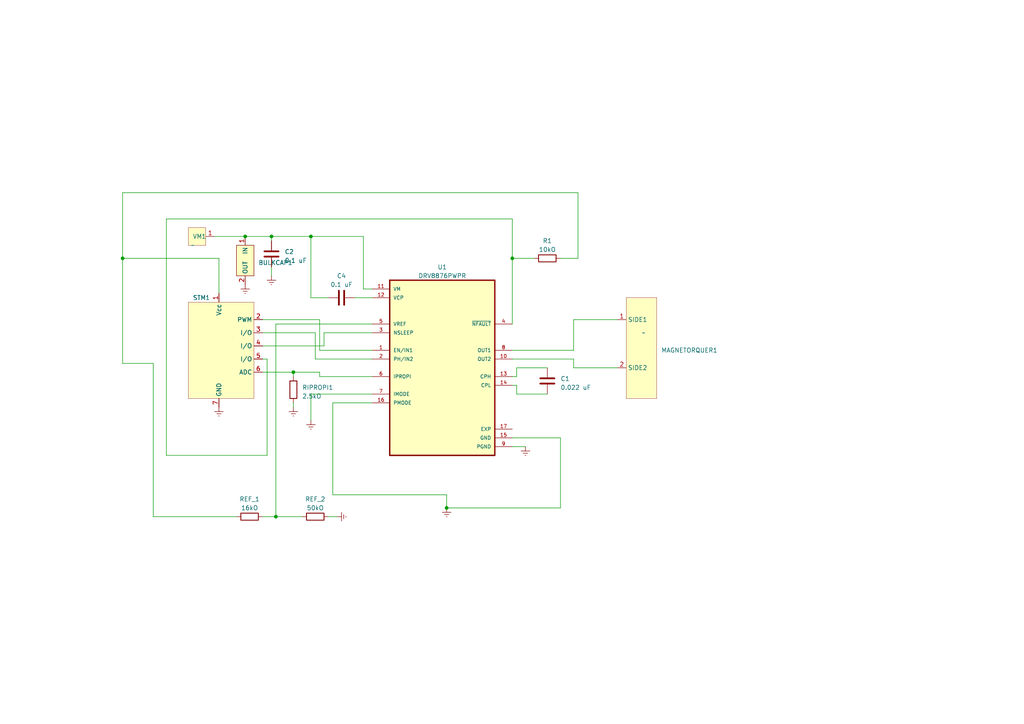
<source format=kicad_sch>
(kicad_sch (version 20230121) (generator eeschema)
  (paper "A4")
  (lib_symbols
    (symbol "DRV8876PWPR:DRV8876PWPR" (pin_names (offset 1.016))
      (property "Reference" "U" (at -15.24 26.4 0))
      (property "Value" "DRV8876PWPR" (at -15.24 -29.4 0))
      (symbol "DRV8876PWPR_0_0"
        (rectangle (start -15.24 -25.4) (end 15.24 25.4) (stroke (width 0.41)) (fill (type background)))
        (pin input line (at -20.32 5.08 0) (length 5.08) (name "EN/IN1") (number "1"))
        (pin output line (at 20.32 2.54 180) (length 5.08) (name "OUT2") (number "10"))
        (pin power_in line (at -20.32 22.86 0) (length 5.08) (name "VM") (number "11"))
        (pin power_in line (at -20.32 20.32 0) (length 5.08) (name "VCP") (number "12"))
        (pin bidirectional line (at 20.32 -2.54 180) (length 5.08) (name "CPH") (number "13"))
        (pin bidirectional line (at 20.32 -5.08 180) (length 5.08) (name "CPL") (number "14"))
        (pin power_in line (at 20.32 -20.32 180) (length 5.08) (name "GND") (number "15"))
        (pin input line (at -20.32 -10.16 0) (length 5.08) (name "PMODE") (number "16"))
        (pin passive line (at 20.32 -17.78 180) (length 5.08) (name "EXP") (number "17"))
        (pin input line (at -20.32 2.54 0) (length 5.08) (name "PH/IN2") (number "2"))
        (pin input line (at -20.32 10.16 0) (length 5.08) (name "NSLEEP") (number "3"))
        (pin output line (at 20.32 12.7 180) (length 5.08) (name "~{NFAULT}") (number "4"))
        (pin input line (at -20.32 12.7 0) (length 5.08) (name "VREF") (number "5"))
        (pin output line (at -20.32 -2.54 0) (length 5.08) (name "IPROPI") (number "6"))
        (pin input line (at -20.32 -7.62 0) (length 5.08) (name "IMODE") (number "7"))
        (pin output line (at 20.32 5.08 180) (length 5.08) (name "OUT1") (number "8"))
        (pin power_in line (at 20.32 -22.86 180) (length 5.08) (name "PGND") (number "9"))
      )
    )
    (symbol "Device:C" (pin_numbers hide) (pin_names (offset 0.254))
      (property "Reference" "C" (at 0.635 2.54 0))
      (property "Value" "C" (at 0.635 -2.54 0))
      (symbol "C_0_1"
        (polyline (pts (xy -2.032 -0.762) (xy 2.032 -0.762)) (stroke (width 0.508)))
        (polyline (pts (xy -2.032 0.762) (xy 2.032 0.762)) (stroke (width 0.508)))
      )
      (symbol "C_1_1"
        (pin passive line (at 0 3.81 270) (length 2.794) (name "~") (number "1"))
        (pin passive line (at 0 -3.81 90) (length 2.794) (name "~") (number "2"))
      )
    )
    (symbol "Device:R" (pin_numbers hide) (pin_names (offset 0))
      (property "Reference" "R" (at 2.032 0 90))
      (property "Value" "R" (at 0 0 90))
      (symbol "R_0_1"
        (rectangle (start -1.016 -2.54) (end 1.016 2.54) (stroke (width 0.254)))
      )
      (symbol "R_1_1"
        (pin passive line (at 0 3.81 270) (length 1.27) (name "~") (number "1"))
        (pin passive line (at 0 -3.81 90) (length 1.27) (name "~") (number "2"))
      )
    )
    (symbol "STM32PORTS:BULK"
      (property "Reference" "BULKCAP1" (at 3.81 0 0))
      (property "Value" "~" (at 0 0 0))
      (symbol "BULK_1_1"
        (rectangle (start -2.54 5.08) (end 2.54 -3.81) (stroke (width 0) (color 132 0 0 1)) (fill (type background)))
        (pin input line (at 0 7.62 270) (length 2.54) (name "IN") (number "1"))
        (pin input line (at 0 -6.35 90) (length 2.54) (name "OUT") (number "2"))
      )
    )
    (symbol "STM32PORTS:HEADER"
      (property "Reference" "VM1" (at 0 2.54 0))
      (property "Value" "~" (at 0 0 0))
      (symbol "HEADER_1_1"
        (rectangle (start -1.27 5.08) (end 3.81 0) (stroke (width 0.015) (color 132 0 0 1)) (fill (type background)))
        (pin output line (at 6.35 2.54 180) (length 2.54) (name "") (number "1"))
      )
    )
    (symbol "STM32PORTS:MAGNETORQUER_"
      (property "Reference" "MAGNETORQUER1" (at 5.08 -5.08 0))
      (property "Value" "~" (at 0 0 0))
      (symbol "MAGNETORQUER__1_1"
        (rectangle (start -5.08 10.16) (end 3.81 -19.05) (stroke (width 0.015) (color 132 0 0 1)) (fill (type background)))
        (pin bidirectional line (at -7.62 3.81 0) (length 2.54) (name "SIDE1") (number "1"))
        (pin bidirectional line (at -7.62 -10.16 0) (length 2.54) (name "SIDE2") (number "2"))
      )
    )
    (symbol "STM32PORTS:STM32PINS"
      (property "Reference" "STM1" (at -2.54 13.97 0))
      (symbol "STM32PINS_1_1"
        (rectangle (start -8.89 12.7) (end 10.16 -15.24) (stroke (width 0.015) (color 132 0 0 1)) (fill (type background)))
        (rectangle (start 3.81 2.54) (end 3.81 2.54) (stroke (width 0.015) (color 132 0 0 1)) (fill (type color) (color 255 255 194 1)))
        (pin input line (at 0 15.24 270) (length 2.54) (name "Vcc") (number "1"))
        (pin input line (at 12.7 7.62 180) (length 2.54) (name "PWM") (number "2"))
        (pin bidirectional line (at 12.7 3.81 180) (length 2.54) (name "I/O") (number "3"))
        (pin bidirectional line (at 12.7 0 180) (length 2.54) (name "I/O") (number "4"))
        (pin bidirectional line (at 12.7 -3.81 180) (length 2.54) (name "I/O") (number "5"))
        (pin unspecified line (at 12.7 -7.62 180) (length 2.54) (name "ADC") (number "6"))
        (pin output line (at 0 -17.78 90) (length 2.54) (name "GND") (number "7"))
      )
    )
    (symbol "power:Earth" (power) (pin_names (offset 0))
      (symbol "Earth_0_1"
        (polyline (pts (xy -0.635 -1.905) (xy 0.635 -1.905)))
        (polyline (pts (xy -0.127 -2.54) (xy 0.127 -2.54)))
        (polyline (pts (xy 0 -1.27) (xy 0 0)))
        (polyline (pts (xy 1.27 -1.27) (xy -1.27 -1.27)))
      )
      (symbol "Earth_1_1"
        (pin power_in line (at 0 0 270) (length 0) hide (name "Earth") (number "1"))
      )
    )
  )
  (junction (at 35.56 74.93))
  (junction (at 78.74 68.58))
  (junction (at 148.59 74.93))
  (junction (at 90.17 68.58))
  (junction (at 71.12 68.58))
  (junction (at 80.01 149.86))
  (junction (at 85.09 107.95))
  (junction (at 129.54 147.32))
  (wire (pts (xy 149.86 106.68) (xy 158.75 106.68)))
  (wire (pts (xy 148.59 74.93) (xy 148.59 63.5)))
  (wire (pts (xy 92.71 101.6) (xy 107.95 101.6)))
  (wire (pts (xy 78.74 80.01) (xy 78.74 77.47)))
  (wire (pts (xy 76.2 149.86) (xy 80.01 149.86)))
  (wire (pts (xy 95.25 86.36) (xy 90.17 86.36)))
  (wire (pts (xy 107.95 116.84) (xy 96.52 116.84)))
  (wire (pts (xy 154.94 74.93) (xy 148.59 74.93)))
  (wire (pts (xy 80.01 93.98) (xy 80.01 149.86)))
  (wire (pts (xy 91.44 96.52) (xy 76.2 96.52)))
  (wire (pts (xy 44.45 149.86) (xy 44.45 105.41)))
  (wire (pts (xy 95.25 149.86) (xy 97.79 149.86)))
  (wire (pts (xy 148.59 101.6) (xy 166.37 101.6)))
  (wire (pts (xy 92.71 92.71) (xy 92.71 101.6)))
  (wire (pts (xy 35.56 74.93) (xy 35.56 105.41)))
  (wire (pts (xy 90.17 121.92) (xy 90.17 114.3)))
  (wire (pts (xy 44.45 149.86) (xy 68.58 149.86)))
  (wire (pts (xy 166.37 92.71) (xy 179.07 92.71)))
  (wire (pts (xy 85.09 116.84) (xy 85.09 118.11)))
  (wire (pts (xy 91.44 104.14) (xy 91.44 96.52)))
  (wire (pts (xy 76.2 107.95) (xy 85.09 107.95)))
  (wire (pts (xy 93.98 100.33) (xy 76.2 100.33)))
  (wire (pts (xy 71.12 68.58) (xy 78.74 68.58)))
  (wire (pts (xy 167.64 74.93) (xy 167.64 55.88)))
  (wire (pts (xy 48.26 132.08) (xy 77.47 132.08)))
  (wire (pts (xy 102.87 86.36) (xy 107.95 86.36)))
  (wire (pts (xy 166.37 104.14) (xy 166.37 106.68)))
  (wire (pts (xy 105.41 83.82) (xy 107.95 83.82)))
  (wire (pts (xy 76.2 92.71) (xy 92.71 92.71)))
  (wire (pts (xy 148.59 104.14) (xy 166.37 104.14)))
  (wire (pts (xy 148.59 109.22) (xy 149.86 109.22)))
  (wire (pts (xy 162.56 127) (xy 162.56 147.32)))
  (wire (pts (xy 107.95 96.52) (xy 93.98 96.52)))
  (wire (pts (xy 162.56 147.32) (xy 129.54 147.32)))
  (wire (pts (xy 149.86 111.76) (xy 149.86 114.3)))
  (wire (pts (xy 35.56 55.88) (xy 35.56 74.93)))
  (wire (pts (xy 96.52 116.84) (xy 96.52 143.51)))
  (wire (pts (xy 80.01 149.86) (xy 87.63 149.86)))
  (wire (pts (xy 107.95 104.14) (xy 91.44 104.14)))
  (wire (pts (xy 129.54 143.51) (xy 129.54 147.32)))
  (wire (pts (xy 90.17 114.3) (xy 107.95 114.3)))
  (wire (pts (xy 152.4 129.54) (xy 148.59 129.54)))
  (wire (pts (xy 149.86 114.3) (xy 158.75 114.3)))
  (wire (pts (xy 85.09 107.95) (xy 85.09 109.22)))
  (wire (pts (xy 166.37 106.68) (xy 179.07 106.68)))
  (wire (pts (xy 148.59 111.76) (xy 149.86 111.76)))
  (wire (pts (xy 78.74 69.85) (xy 78.74 68.58)))
  (wire (pts (xy 77.47 132.08) (xy 77.47 104.14)))
  (wire (pts (xy 63.5 74.93) (xy 35.56 74.93)))
  (wire (pts (xy 44.45 105.41) (xy 35.56 105.41)))
  (wire (pts (xy 63.5 74.93) (xy 63.5 85.09)))
  (wire (pts (xy 90.17 68.58) (xy 105.41 68.58)))
  (wire (pts (xy 166.37 101.6) (xy 166.37 92.71)))
  (wire (pts (xy 107.95 93.98) (xy 80.01 93.98)))
  (wire (pts (xy 92.71 107.95) (xy 92.71 109.22)))
  (wire (pts (xy 148.59 74.93) (xy 148.59 93.98)))
  (wire (pts (xy 92.71 109.22) (xy 107.95 109.22)))
  (wire (pts (xy 167.64 55.88) (xy 35.56 55.88)))
  (wire (pts (xy 48.26 63.5) (xy 48.26 132.08)))
  (wire (pts (xy 149.86 109.22) (xy 149.86 106.68)))
  (wire (pts (xy 93.98 96.52) (xy 93.98 100.33)))
  (wire (pts (xy 148.59 127) (xy 162.56 127)))
  (wire (pts (xy 77.47 104.14) (xy 76.2 104.14)))
  (wire (pts (xy 78.74 68.58) (xy 90.17 68.58)))
  (wire (pts (xy 62.23 68.58) (xy 71.12 68.58)))
  (wire (pts (xy 105.41 68.58) (xy 105.41 83.82)))
  (wire (pts (xy 90.17 86.36) (xy 90.17 68.58)))
  (wire (pts (xy 96.52 143.51) (xy 129.54 143.51)))
  (wire (pts (xy 162.56 74.93) (xy 167.64 74.93)))
  (wire (pts (xy 85.09 107.95) (xy 92.71 107.95)))
  (wire (pts (xy 148.59 63.5) (xy 48.26 63.5)))
  (symbol (lib_id "STM32PORTS:STM32PINS") (at 63.5 100.33 0) (unit 1)
    (property "Reference" "STM1" (at 60.96 86.36 0) (effects (justify right)))
    (property "Footprint" "Connector_PinHeader_2.54mm:PinHeader_1x07_P2.54mm_Vertical" (effects hide))
  )
  (symbol (lib_id "STM32PORTS:MAGNETORQUER_") (at 186.69 96.52 0) (unit 1)
    (property "Reference" "MAGNETORQUER1" (at 191.77 101.6 0) (effects (justify left)))
    (property "Value" "~" (at 186.69 96.52 0))
    (property "Footprint" "Connector_PinHeader_2.54mm:PinHeader_1x02_P2.54mm_Vertical" (effects hide))
  )
  (symbol (lib_id "STM32PORTS:BULK") (at 71.12 76.2 0) (unit 1)
    (property "Reference" "BULKCAP1" (at 74.93 76.2 0) (effects (justify left)))
    (property "Value" "~" (at 71.12 76.2 0))
    (property "Footprint" "Connector_PinHeader_2.54mm:PinHeader_1x02_P2.54mm_Vertical" (effects hide))
  )
  (symbol (lib_id "power:Earth") (at 152.4 129.54 0) (unit 1)
    (property "Reference" "#PWR02" (effects hide))
    (property "Value" "Earth" (effects hide))
  )
  (symbol (lib_id "power:Earth") (at 78.74 80.01 0) (unit 1)
    (property "Reference" "#PWR06" (effects hide))
    (property "Value" "Earth" (effects hide))
  )
  (symbol (lib_id "power:Earth") (at 97.79 149.86 90) (unit 1)
    (property "Reference" "#PWR011" (effects hide))
    (property "Value" "Earth" (effects hide))
  )
  (symbol (lib_id "power:Earth") (at 90.17 121.92 0) (unit 1)
    (property "Reference" "#PWR03" (effects hide))
    (property "Value" "Earth" (effects hide))
  )
  (symbol (lib_id "Device:R") (at 85.09 113.03 0) (unit 1)
    (property "Reference" "RIPROPI1" (at 87.63 112.395 0) (effects (justify left)))
    (property "Value" "2.5kO" (at 87.63 114.935 0) (effects (justify left)))
    (property "Footprint" "Resistor_SMD:R_0603_1608Metric" (effects hide))
  )
  (symbol (lib_id "power:Earth") (at 85.09 118.11 0) (unit 1)
    (property "Reference" "#PWR012" (effects hide))
    (property "Value" "Earth" (effects hide))
  )
  (symbol (lib_id "power:Earth") (at 71.12 82.55 0) (unit 1)
    (property "Reference" "#PWR05" (effects hide))
    (property "Value" "Earth" (effects hide))
  )
  (symbol (lib_id "Device:R") (at 91.44 149.86 90) (unit 1)
    (property "Reference" "REF_2" (at 91.44 144.78 90))
    (property "Value" "50kO" (at 91.44 147.32 90))
    (property "Footprint" "Resistor_SMD:R_0603_1608Metric" (effects hide))
  )
  (symbol (lib_id "Device:C") (at 78.74 73.66 0) (unit 1)
    (property "Reference" "C2" (at 82.55 73.025 0) (effects (justify left)))
    (property "Value" "0.1 uF" (at 82.55 75.565 0) (effects (justify left)))
    (property "Footprint" "Resistor_SMD:R_0603_1608Metric" (effects hide))
  )
  (symbol (lib_id "DRV8876PWPR:DRV8876PWPR") (at 128.27 106.68 0) (unit 1)
    (property "Reference" "U1" (at 128.27 77.47 0))
    (property "Value" "DRV8876PWPR" (at 128.27 80.01 0))
    (property "Footprint" "DRV8876PWPR:IC_DRV8876PWPR" (effects hide))
    (property "PARTREV" "E" (effects hide))
    (property "STANDARD" "Manufacturer Recommendations" (effects hide))
    (property "PACKAGE" "HTSSOP-16 Texas Instruments" (effects hide))
    (property "MAXIMUM_PACKAGE_HEIGHT" "1.2mm" (effects hide))
    (property "MANUFACTURER" "Texas Instruments" (effects hide))
  )
  (symbol (lib_id "Device:R") (at 72.39 149.86 270) (unit 1)
    (property "Reference" "REF_1" (at 72.39 144.78 90))
    (property "Value" "16kO" (at 72.39 147.32 90))
    (property "Footprint" "Resistor_SMD:R_0603_1608Metric" (effects hide))
  )
  (symbol (lib_id "power:Earth") (at 129.54 147.32 0) (unit 1)
    (property "Reference" "#PWR01" (effects hide))
    (property "Value" "Earth" (effects hide))
  )
  (symbol (lib_id "power:Earth") (at 63.5 118.11 0) (unit 1)
    (property "Reference" "#PWR09" (effects hide))
    (property "Value" "Earth" (effects hide))
  )
  (symbol (lib_id "Device:R") (at 158.75 74.93 90) (unit 1)
    (property "Reference" "R1" (at 158.75 69.85 90))
    (property "Value" "10kO" (at 158.75 72.39 90))
    (property "Footprint" "Resistor_SMD:R_0603_1608Metric" (effects hide))
  )
  (symbol (lib_id "STM32PORTS:HEADER") (at 55.88 71.12 0) (unit 1)
    (property "Reference" "VM1" (at 55.88 68.58 0) (effects (justify left)))
    (property "Value" "~" (at 55.88 71.12 0))
    (property "Footprint" "Connector_PinHeader_2.54mm:PinHeader_1x01_P2.54mm_Vertical" (effects hide))
  )
  (symbol (lib_id "Device:C") (at 158.75 110.49 0) (unit 1)
    (property "Reference" "C1" (at 162.56 109.855 0) (effects (justify left)))
    (property "Value" "0.022 uF" (at 162.56 112.395 0) (effects (justify left)))
    (property "Footprint" "Resistor_SMD:R_0603_1608Metric" (effects hide))
  )
  (symbol (lib_id "Device:C") (at 99.06 86.36 90) (unit 1)
    (property "Reference" "C4" (at 99.06 80.01 90))
    (property "Value" "0.1 uF" (at 99.06 82.55 90))
    (property "Footprint" "Resistor_SMD:R_0603_1608Metric" (effects hide))
  )
)
</source>
